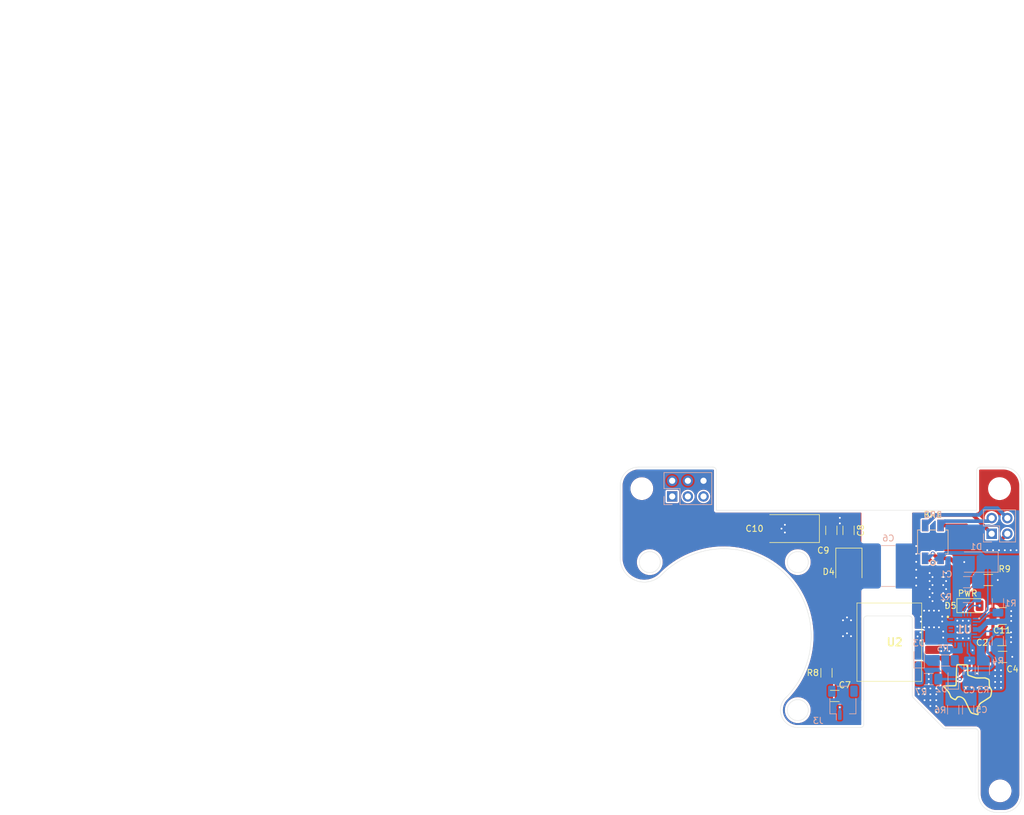
<source format=kicad_pcb>
(kicad_pcb (version 20240108) (generator "pcbnew") (generator_version "8.0")
  (layers (0 "F.Cu" signal) (31 "B.Cu" signal) (34 "B.Paste" user) (35 "F.Paste" user) (36 "B.SilkS" user "B.Silkscreen") (37 "F.SilkS" user "F.Silkscreen") (38 "B.Mask" user) (39 "F.Mask" user) (44 "Edge.Cuts" user))
  (net 0 "")
  (net 1 "/+")
  (net 2 "/TR0_TAP")
  (net 3 "/TR2_TAP")
  (net 4 "/TR3_TAP")
  (net 5 "GNDPWR")
  (net 6 "GND")
  (net 7 "Net-(U1-VCC)")
  (net 8 "Net-(D5-K)")
  (net 9 "Net-(D2-K)")
  (net 10 "Net-(C7-Pad1)")
  (net 11 "Net-(D4-A)")
  (net 12 "Net-(D2-A)")
  (net 13 "Net-(D3-K)")
  (net 14 "Net-(D3-A)")
  (net 17 "Net-(U1-ILIM)")
  (net 18 "Net-(U1-FB1)")
  (net 21 "Net-(U1-DET)")
  (net 22 "Net-(U1-CLASS)")
  (net 23 "Net-(BR1-~_2)")
  (net 24 "Net-(BR1-~_1)")
  (net 25 "/+5V@1.4A")
  (net 26 "Net-(D5-A)")
  (footprint "LED_SMD:LED_1206_3216Metric" (layer "F.Cu") (at 157.44 97.91)
    (property "Reference" "D5")
    (property "Value" "PWR")
  )
  (footprint "Capacitor_SMD:C_1206_3216Metric_Pad1.33x1.80mm_HandSolder" (layer "F.Cu") (at 135.35 112.55)
    (property "Reference" "C7")
    (property "Value" "1nF" (hide yes))
  )
  (footprint "MountingHole:MountingHole_3.2mm_M3_ISO14580" (layer "F.Cu") (at 162.164397 127.940017)
    (property "Reference" "H3" (hide yes))
    (property "Value" "MountingHole" (hide yes))
  )
  (footprint "Resistor_SMD:R_1206_3216Metric_Pad1.30x1.75mm_HandSolder" (layer "F.Cu") (at 134.01 108.8 -90)
    (property "Reference" "R8")
    (property "Value" "20R" (hide yes))
  )
  (footprint "Diode_SMD:D_PowerDI-5" (layer "F.Cu") (at 137.645 92.395 -90)
    (property "Reference" "D4")
    (property "Value" "SBR8U60P5-7" (hide yes))
  )
  (footprint "PoweredDevices:POE70P50LD" (layer "F.Cu") (at 144.2 103.83 180)
    (property "Reference" "U2")
    (property "Value" "POE70P-50L" (hide yes))
  )
  (footprint "Capacitor_SMD:C_1210_3225Metric" (layer "F.Cu") (at 162.485001 99.59 180)
    (property "Reference" "C11")
    (property "Value" "10uF")
  )
  (footprint "Capacitor_SMD:C_1206_3216Metric_Pad1.33x1.80mm_HandSolder" (layer "F.Cu") (at 162.56 106.22 180)
    (property "Reference" "C4")
    (property "Value" "2u2")
  )
  (footprint "Capacitor_SMD:C_1210_3225Metric" (layer "F.Cu") (at 162.47 103.04 180)
    (property "Reference" "C2")
    (property "Value" "10uF")
  )
  (footprint "Capacitor_Tantalum_SMD:CP_EIA-7343-43_Kemet-X" (layer "F.Cu") (at 128.45 85.415 180)
    (property "Reference" "C10")
    (property "Value" "470uF" (hide yes))
  )
  (footprint "Capacitor_SMD:C_1206_3216Metric_Pad1.33x1.80mm_HandSolder" (layer "F.Cu") (at 137.59 85.7 90)
    (property "Reference" "C8")
    (property "Value" "47uF" (hide yes))
  )
  (footprint "Capacitor_SMD:C_1206_3216Metric_Pad1.33x1.80mm_HandSolder" (layer "F.Cu") (at 134.8 85.7 90)
    (property "Reference" "C9")
    (property "Value" "47uF" (hide yes))
  )
  (footprint "Resistor_SMD:R_1206_3216Metric_Pad1.30x1.75mm_HandSolder" (layer "F.Cu") (at 160.240001 93.75 180)
    (property "Reference" "R9")
    (property "Value" "1k")
  )
  (footprint "MountingHole:MountingHole_3.2mm_M3_ISO14580" (layer "F.Cu") (at 104.07 78.93)
    (property "Reference" "H1" (hide yes))
    (property "Value" "MountingHole" (hide yes))
  )
  (footprint "MountingHole:MountingHole_3.2mm_M3_ISO14580" (layer "F.Cu") (at 162.07 78.93)
    (property "Reference" "H2" (hide yes))
    (property "Value" "MountingHole" (hide yes))
  )
  (footprint "PowerManagement:MB10F13" (layer "F.Cu") (at 151.26 87.57)
    (property "Reference" "BR1")
    (property "Value" "MB10F-13" (hide yes))
  )
  (footprint "Resistor_SMD:R_1206_3216Metric_Pad1.30x1.75mm_HandSolder" (layer "B.Cu") (at 156.9 96.5)
    (property "Reference" "R2")
    (property "Value" "41.2R")
  )
  (footprint "Diode_SMD:D_SOD-323" (layer "B.Cu") (at 154.57 109.84 90)
    (property "Reference" "D2")
    (property "Value" "BAV21")
  )
  (footprint "PoweredDevices:MP8007GVZ" (layer "B.Cu") (at 156.125 101.77 180)
    (property "Reference" "U1")
    (property "Value" "MP8007" (hide yes))
  )
  (footprint "Resistor_SMD:R_1206_3216Metric_Pad1.30x1.75mm_HandSolder" (layer "B.Cu") (at 154.56 114.78 90)
    (property "Reference" "R6")
    (property "Value" "10k")
  )
  (footprint "Connector_PinSocket_2.54mm:PinSocket_2x03_P2.54mm_Vertical" (layer "B.Cu") (at 108.995 80.2 -90)
    (property "Reference" "J1" (hide yes))
    (property "Value" "Power Injector" (hide yes))
  )
  (footprint "PowerManagement:MB10F13" (layer "B.Cu") (at 151.26 87.57 180)
    (property "Reference" "BR2")
    (property "Value" "MB10F-13" (hide yes))
  )
  (footprint "Resistor_SMD:R_1206_3216Metric_Pad1.30x1.75mm_HandSolder" (layer "B.Cu") (at 161.79 103.62 -90)
    (property "Reference" "R4")
    (property "Value" "17.8k")
  )
  (footprint "Capacitor_SMD:C_1206_3216Metric_Pad1.33x1.80mm_HandSolder" (layer "B.Cu") (at 156.980002 114.795001 90)
    (property "Reference" "C5")
    (property "Value" "10nF")
  )
  (footprint "Connector_PinSocket_2.54mm:PinSocket_2x02_P2.54mm_Vertical" (layer "B.Cu") (at 160.8 86.25 -90)
    (property "Reference" "J2" (hide yes))
    (property "Value" "PoE Header" (hide yes))
  )
  (footprint "Resistor_SMD:R_1206_3216Metric_Pad1.30x1.75mm_HandSolder" (layer "B.Cu") (at 150.6 109.815)
    (property "Reference" "R7")
    (property "Value" "1k")
  )
  (footprint "Resistor_SMD:R_1206_3216Metric_Pad1.30x1.75mm_HandSolder" (layer "B.Cu") (at 161.815 97.48 -90)
    (property "Reference" "R1")
    (property "Value" "24.9k")
  )
  (footprint "Capacitor_SMD:C_1206_3216Metric_Pad1.33x1.80mm_HandSolder" (layer "B.Cu") (at 157.215 108.375 -90)
    (property "Reference" "C3")
    (property "Value" "1uF")
  )
  (footprint "Capacitor_SMD:C_1206_3216Metric_Pad1.33x1.80mm_HandSolder" (layer "B.Cu") (at 156.92 94.1 180)
    (property "Reference" "C1")
    (property "Value" "0.1uF")
  )
  (footprint "Connector_JST:JST_SH_SM02B-SRSS-TB_1x02-1MP_P1.00mm_Horizontal" (layer "B.Cu") (at 136.67 113.66)
    (property "Reference" "J3")
    (property "Value" "Conn_01x02_Pin")
  )
  (footprint "Diode_SMD:D_SOD-323" (layer "B.Cu") (at 149.03 106.3975 90)
    (property "Reference" "D3")
    (property "Value" "1N4148")
  )
  (footprint "Diode_SMD:D_SMA" (layer "B.Cu") (at 158.35 90.84 180)
    (property "Reference" "D1")
    (property "Value" "SMAJ58A")
  )
  (footprint "Resistor_SMD:R_1206_3216Metric_Pad1.30x1.75mm_HandSolder" (layer "B.Cu") (at 159.529554 108.377126 -90)
    (property "Reference" "R3")
    (property "Value" "49.9k")
  )
  (footprint "Capacitor_SMD:C_1825_4564Metric" (layer "B.Cu") (at 144.03 91.48)
    (property "Reference" "C6")
    (property "Value" "2.2nF")
  )
  (footprint "Resistor_SMD:R_1206_3216Metric_Pad1.30x1.75mm_HandSolder" (layer "B.Cu") (at 153.265 106.79)
    (property "Reference" "R5")
    (property "Value" "110k")
  )
  (gr_circle (center 151.26 90.93402) (end 151.65598 90.93402) (stroke (width 0.2)) (fill none) (layer "B.SilkS"))
  (gr_poly (pts (xy 156.010568 107.381161) (xy 156.313669 107.388213) (xy 156.582057 107.39874) (xy 156.780661 107.41216) (xy 156.842835 107.419773) (xy 156.874413 107.427891) (xy 156.898667 107.441503) (xy 156.909617 107.447845) (xy 156.919821 107.454108) (xy 156.929308 107.460465) (xy 156.938107 107.467088) (xy 156.946246 107.474152) (xy 156.953754 107.481829) (xy 156.960661 107.490293) (xy 156.966994 107.499715) (xy 156.972783 107.51027) (xy 156.978057 107.52213) (xy 156.982844 107.535468) (xy 156.987174 107.550458) (xy 156.991074 107.567271) (xy 156.994575 107.586083) (xy 156.997704 107.607065) (xy 157.000491 107.63039) (xy 157.002964 107.656232) (xy 157.005152 107.684763) (xy 157.007085 107.716157) (xy 157.00879 107.750586) (xy 157.010297 107.788224) (xy 157.011634 107.829244) (xy 157.013916 107.922121) (xy 157.015866 108.030601) (xy 157.019692 108.299906) (xy 157.027456 108.781826) (xy 157.030631 108.860489) (xy 157.035045 108.925482) (xy 157.041072 108.978336) (xy 157.049082 109.020579) (xy 157.05945 109.053739) (xy 157.072548 109.079347) (xy 157.088748 109.098931) (xy 157.108423 109.11402) (xy 157.131945 109.126143) (xy 157.159688 109.136829) (xy 157.229326 109.160006) (xy 157.359156 109.205217) (xy 157.461125 109.241665) (xy 157.656675 109.310486) (xy 157.893487 109.389884) (xy 158.10917 109.459336) (xy 158.18959 109.483918) (xy 158.241331 109.498318) (xy 158.256464 109.501282) (xy 158.276457 109.504008) (xy 158.330921 109.508743) (xy 158.404519 109.512519) (xy 158.497045 109.515329) (xy 158.608295 109.517171) (xy 158.738063 109.518039) (xy 158.886146 109.517929) (xy 159.052337 109.516835) (xy 159.760681 109.51042) (xy 159.982146 109.59409) (xy 160.157785 109.661387) (xy 160.228693 109.690692) (xy 160.289385 109.718692) (xy 160.316149 109.732577) (xy 160.340658 109.746583) (xy 160.363009 109.76086) (xy 160.383303 109.775558) (xy 160.40164 109.790825) (xy 160.418118 109.806811) (xy 160.432836 109.823665) (xy 160.445894 109.841537) (xy 160.457392 109.860575) (xy 160.467428 109.880928) (xy 160.476102 109.902747) (xy 160.483513 109.926181) (xy 160.489761 109.951378) (xy 160.494944 109.978488) (xy 160.499162 110.00766) (xy 160.502515 110.039043) (xy 160.507021 110.109041) (xy 160.509256 110.189676) (xy 160.510091 110.387631) (xy 160.510845 110.557154) (xy 160.512146 110.628285) (xy 160.51438 110.691763) (xy 160.517787 110.748665) (xy 160.522603 110.800066) (xy 160.529069 110.847042) (xy 160.537422 110.890669) (xy 160.5479 110.932023) (xy 160.560742 110.97218) (xy 160.576187 111.012215) (xy 160.594472 111.053206) (xy 160.615836 111.096226) (xy 160.640519 111.142354) (xy 160.700789 111.248231) (xy 160.766612 111.363391) (xy 160.793652 111.412724) (xy 160.817028 111.457426) (xy 160.836928 111.498148) (xy 160.85354 111.535538) (xy 160.86705 111.570248) (xy 160.877648 111.602927) (xy 160.885519 111.634226) (xy 160.890853 111.664794) (xy 160.893837 111.695283) (xy 160.894658 111.726341) (xy 160.893505 111.75862) (xy 160.890564 111.79277) (xy 160.886024 111.829439) (xy 160.880072 111.86928) (xy 160.832335 112.180671) (xy 160.812227 112.304834) (xy 160.791889 112.411676) (xy 160.769269 112.503972) (xy 160.756461 112.545533) (xy 160.742314 112.584498) (xy 160.726569 112.621215) (xy 160.708971 112.656029) (xy 160.689263 112.689288) (xy 160.667188 112.72134) (xy 160.64249 112.75253) (xy 160.614912 112.783206) (xy 160.584198 112.813715) (xy 160.550091 112.844404) (xy 160.470672 112.907707) (xy 160.374602 112.975893) (xy 160.259829 113.051735) (xy 160.1243 113.13801) (xy 159.782765 113.352957) (xy 159.494432 113.535575) (xy 159.279604 113.674349) (xy 159.195359 113.731424) (xy 159.124213 113.782491) (xy 159.06441 113.829203) (xy 159.014191 113.873211) (xy 158.971796 113.916165) (xy 158.935467 113.959717) (xy 158.903446 114.005518) (xy 158.873974 114.05522) (xy 158.845293 114.110474) (xy 158.815643 114.172931) (xy 158.746406 114.326058) (xy 158.713639 114.399346) (xy 158.684901 114.466128) (xy 158.660092 114.52734) (xy 158.639117 114.583923) (xy 158.621876 114.636814) (xy 158.608271 114.686952) (xy 158.598205 114.735275) (xy 158.59158 114.78272) (xy 158.588298 114.830228) (xy 158.588261 114.878735) (xy 158.591371 114.929181) (xy 158.59753 114.982503) (xy 158.606641 115.03964) (xy 158.618605 115.10153) (xy 158.633324 115.169111) (xy 158.650701 115.243323) (xy 158.670917 115.331121) (xy 158.686301 115.408188) (xy 158.69194 115.442807) (xy 158.696084 115.474873) (xy 158.698637 115.504432) (xy 158.699502 115.531527) (xy 158.698583 115.556201) (xy 158.695785 115.578498) (xy 158.691012 115.598462) (xy 158.684169 115.616137) (xy 158.675158 115.631566) (xy 158.663885 115.644794) (xy 158.650253 115.655863) (xy 158.634167 115.664818) (xy 158.615531 115.671702) (xy 158.594249 115.676559) (xy 158.570225 115.679432) (xy 158.543363 115.680367) (xy 158.513567 115.679405) (xy 158.480742 115.676592) (xy 158.444792 115.67197) (xy 158.40562 115.665583) (xy 158.31723 115.647691) (xy 158.214805 115.623265) (xy 158.097578 115.592655) (xy 157.964782 115.55621) (xy 157.964782 115.556212) (xy 157.757437 115.498849) (xy 157.674212 115.474746) (xy 157.602527 115.451841) (xy 157.540813 115.428745) (xy 157.513206 115.41669) (xy 157.487503 115.404066) (xy 157.463508 115.390699) (xy 157.441026 115.376415) (xy 157.419861 115.36104) (xy 157.399816 115.3444) (xy 157.380695 115.326322) (xy 157.362302 115.306632) (xy 157.344442 115.285156) (xy 157.326917 115.26172) (xy 157.292092 115.208273) (xy 157.256259 115.144901) (xy 157.217848 115.070214) (xy 157.175291 114.982822) (xy 157.071467 114.764357) (xy 156.7602 114.117652) (xy 156.463399 113.510501) (xy 156.430106 113.446389) (xy 156.394963 113.384931) (xy 156.358111 113.326176) (xy 156.319688 113.270178) (xy 156.279834 113.216987) (xy 156.238688 113.166656) (xy 156.196389 113.119236) (xy 156.153077 113.074778) (xy 156.108891 113.033336) (xy 156.063971 112.994959) (xy 156.018455 112.959701) (xy 155.972484 112.927612) (xy 155.926195 112.898744) (xy 155.879729 112.87315) (xy 155.833226 112.85088) (xy 155.786823 112.831987) (xy 155.740661 112.816523) (xy 155.694879 112.804538) (xy 155.649616 112.796084) (xy 155.605012 112.791214) (xy 155.561205 112.78998) (xy 155.518335 112.792432) (xy 155.476542 112.798622) (xy 155.435965 112.808603) (xy 155.396743 112.822425) (xy 155.359015 112.840141) (xy 155.322921 112.861803) (xy 155.2886 112.887461) (xy 155.256191 112.917169) (xy 155.225834 112.950976) (xy 155.197668 112.988936) (xy 155.171832 113.0311) (xy 155.141607 113.084026) (xy 155.113154 113.130059) (xy 155.099361 113.150507) (xy 155.085734 113.169252) (xy 155.072181 113.1863) (xy 155.058609 113.201659) (xy 155.044927 113.215334) (xy 155.031041 113.227332) (xy 155.016859 113.237661) (xy 155.00229 113.246327) (xy 154.98724 113.253336) (xy 154.971618 113.258695) (xy 154.955332 113.262412) (xy 154.938288 113.264491) (xy 154.920394 113.264942) (xy 154.901559 113.263769) (xy 154.88169 113.260979) (xy 154.860695 113.25658) (xy 154.838481 113.250578) (xy 154.814956 113.24298) (xy 154.790027 113.233792) (xy 154.763603 113.223021) (xy 154.735591 113.210674) (xy 154.705899 113.196757) (xy 154.641105 113.164242) (xy 154.568482 113.125528) (xy 154.487292 113.08067) (xy 154.425609 113.045727) (xy 154.369521 113.012897) (xy 154.31873 112.981894) (xy 154.272942 112.952433) (xy 154.23186 112.924226) (xy 154.195189 112.896987) (xy 154.162631 112.870429) (xy 154.133892 112.844267) (xy 154.108675 112.818213) (xy 154.086684 112.79198) (xy 154.067623 112.765284) (xy 154.051196 112.737837) (xy 154.037107 112.709352) (xy 154.025061 112.679544) (xy 154.01476 112.648125) (xy 154.00591 112.61481) (xy 153.989734 112.554209) (xy 153.969887 112.491966) (xy 153.946533 112.428352) (xy 153.919834 112.363638) (xy 153.889951 112.298094) (xy 153.857048 112.23199) (xy 153.821285 112.165598) (xy 153.782826 112.099189) (xy 153.741833 112.033032) (xy 153.698468 111.9674) (xy 153.652893 111.902561) (xy 153.605271 111.838789) (xy 153.555764 111.776352) (xy 153.504534 111.715522) (xy 153.451743 111.656569) (xy 153.397553 111.599765) (xy 153.138694 111.334404) (xy 153.039041 111.226999) (xy 152.996991 111.179102) (xy 152.960251 111.13488) (xy 152.928917 111.094186) (xy 152.903083 111.056874) (xy 152.892138 111.038444) (xy 153.180252 111.038444) (xy 153.180629 111.039865) (xy 153.181748 111.042037) (xy 153.186137 111.048551) (xy 153.193271 111.057824) (xy 153.203003 111.069694) (xy 153.229667 111.10057) (xy 153.264947 111.139879) (xy 153.307661 111.186323) (xy 153.356625 111.238599) (xy 153.410657 111.295409) (xy 153.468575 111.355452) (xy 153.541578 111.431605) (xy 153.609299 111.504409) (xy 153.672049 111.574336) (xy 153.730137 111.641859) (xy 153.783871 111.707451) (xy 153.833562 111.771583) (xy 153.879519 111.834728) (xy 153.92205 111.89736) (xy 153.961465 111.959951) (xy 153.998073 112.022973) (xy 154.032185 112.086899) (xy 154.064108 112.152201) (xy 154.094152 112.219353) (xy 154.122627 112.288826) (xy 154.149841 112.361094) (xy 154.176104 112.436629) (xy 154.188354 112.469326) (xy 154.20308 112.501899) (xy 154.220116 112.53425) (xy 154.239297 112.566276) (xy 154.260458 112.597878) (xy 154.283434 112.628955) (xy 154.308059 112.659407) (xy 154.334169 112.689133) (xy 154.361597 112.718033) (xy 154.39018 112.746005) (xy 154.41975 112.77295) (xy 154.450144 112.798768) (xy 154.512741 112.846617) (xy 154.576649 112.888748) (xy 154.608681 112.907418) (xy 154.640545 112.924357) (xy 154.672075 112.939464) (xy 154.703107 112.95264) (xy 154.733475 112.963783) (xy 154.763015 112.972793) (xy 154.79156 112.97957) (xy 154.818945 112.984013) (xy 154.845006 112.986021) (xy 154.869577 112.985494) (xy 154.892492 112.982332) (xy 154.913587 112.976433) (xy 154.932697 112.967698) (xy 154.949655 112.956026) (xy 154.964298 112.941317) (xy 154.976459 112.923469) (xy 155.006688 112.870188) (xy 155.034838 112.822647) (xy 155.061401 112.780503) (xy 155.086867 112.743414) (xy 155.111727 112.711035) (xy 155.124084 112.696506) (xy 155.136472 112.683025) (xy 155.148955 112.670551) (xy 155.161593 112.659041) (xy 155.174447 112.648451) (xy 155.18758 112.638739) (xy 155.201051 112.629861) (xy 155.214923 112.621776) (xy 155.229257 112.61444) (xy 155.244115 112.607811) (xy 155.259557 112.601844) (xy 155.275645 112.596499) (xy 155.29244 112.591731) (xy 155.310004 112.587498) (xy 155.347683 112.580465) (xy 155.389173 112.575057) (xy 155.434964 112.570932) (xy 155.485548 112.567746) (xy 155.5183 112.566953) (xy 155.552 112.567972) (xy 155.62187 112.575229) (xy 155.694398 112.589082) (xy 155.768825 112.609095) (xy 155.844393 112.63483) (xy 155.920343 112.665851) (xy 155.995917 112.701722) (xy 156.070356 112.742006) (xy 156.1429 112.786268) (xy 156.212793 112.83407) (xy 156.279274 112.884977) (xy 156.341586 112.938552) (xy 156.398969 112.994358) (xy 156.450665 113.05196) (xy 156.495915 113.11092) (xy 156.533961 113.170803) (xy 156.546968 113.194309) (xy 156.562946 113.224751) (xy 156.584566 113.267586) (xy 156.6145 113.328268) (xy 156.655421 113.412255) (xy 156.71 113.525) (xy 156.87082 113.858593) (xy 156.967218 114.057288) (xy 157.040183 114.205244) (xy 157.072195 114.269839) (xy 157.117752 114.363054) (xy 157.22522 114.585443) (xy 157.325889 114.795132) (xy 157.403327 114.951397) (xy 157.435766 115.012348) (xy 157.465315 115.063367) (xy 157.492947 115.105593) (xy 157.519636 115.140169) (xy 157.546352 115.168235) (xy 157.574071 115.190933) (xy 157.603763 115.209402) (xy 157.636402 115.224785) (xy 157.672961 115.238223) (xy 157.714413 115.250855) (xy 157.815884 115.27827) (xy 158.025634 115.335369) (xy 158.220802 115.389546) (xy 158.284788 115.40725) (xy 158.33872 115.421417) (xy 158.383065 115.432135) (xy 158.418295 115.439489) (xy 158.444879 115.443567) (xy 158.455076 115.444404) (xy 158.463286 115.444455) (xy 158.46957 115.44373) (xy 158.473986 115.442241) (xy 158.476593 115.439997) (xy 158.477449 115.43701) (xy 158.477448 115.43701) (xy 158.477447 115.43701) (xy 158.476131 115.429253) (xy 158.472359 115.410698) (xy 158.458507 115.346057) (xy 158.438005 115.252809) (xy 158.41297 115.140678) (xy 158.397985 115.072676) (xy 158.385387 115.011311) (xy 158.375358 114.955433) (xy 158.368081 114.903893) (xy 158.363742 114.855543) (xy 158.362522 114.809233) (xy 158.364606 114.763814) (xy 158.370177 114.718138) (xy 158.379418 114.671056) (xy 158.392513 114.621418) (xy 158.409645 114.568075) (xy 158.430998 114.509878) (xy 158.456755 114.445679) (xy 158.4871 114.374329) (xy 158.562287 114.205577) (xy 158.636888 114.043423) (xy 158.669747 113.975689) (xy 158.700825 113.91551) (xy 158.731011 113.861878) (xy 158.761191 113.813788) (xy 158.79225 113.770233) (xy 158.825076 113.730207) (xy 158.860555 113.692704) (xy 158.899574 113.656718) (xy 158.943018 113.621242) (xy 158.991775 113.58527) (xy 159.04673 113.547797) (xy 159.108771 113.507816) (xy 159.257655 113.416303) (xy 159.830386 113.051072) (xy 160.401303 112.682017) (xy 160.413656 112.673374) (xy 160.425461 112.664574) (xy 160.436741 112.655546) (xy 160.447522 112.646218) (xy 160.457828 112.636521) (xy 160.467684 112.626383) (xy 160.477115 112.615733) (xy 160.486145 112.6045) (xy 160.494799 112.592613) (xy 160.503102 112.580001) (xy 160.511078 112.566593) (xy 160.518751 112.552318) (xy 160.526148 112.537105) (xy 160.533291 112.520884) (xy 160.540206 112.503583) (xy 160.546918 112.485131) (xy 160.553451 112.465457) (xy 160.55983 112.444491) (xy 160.566079 112.422161) (xy 160.572224 112.398396) (xy 160.578288 112.373125) (xy 160.584297 112.346278) (xy 160.596247 112.28757) (xy 160.608271 112.221704) (xy 160.620565 112.148111) (xy 160.633328 112.066225) (xy 160.646757 111.975477) (xy 160.660219 111.876014) (xy 160.664732 111.833529) (xy 160.667521 111.794802) (xy 160.668403 111.75903) (xy 160.667195 111.725408) (xy 160.663715 111.693133) (xy 160.657779 111.661399) (xy 160.649204 111.629404) (xy 160.637807 111.596342) (xy 160.623405 111.561409) (xy 160.605814 111.523802) (xy 160.584852 111.482717) (xy 160.560335 111.437348) (xy 160.499906 111.330545) (xy 160.43934 111.222717) (xy 160.414414 111.175491) (xy 160.39275 111.131393) (xy 160.374116 111.089426) (xy 160.35828 111.048592) (xy 160.345009 111.007893) (xy 160.334072 110.966332) (xy 160.325237 110.92291) (xy 160.318271 110.876631) (xy 160.312942 110.826496) (xy 160.309018 110.771508) (xy 160.306267 110.710669) (xy 160.304456 110.642981) (xy 160.30273 110.483068) (xy 160.301872 110.30262) (xy 160.300561 110.230134) (xy 160.297736 110.167956) (xy 160.292702 110.114945) (xy 160.289138 110.091521) (xy 160.284762 110.069962) (xy 160.279485 110.050125) (xy 160.273222 110.031868) (xy 160.265884 110.015048) (xy 160.257386 109.999524) (xy 160.24764 109.985151) (xy 160.236559 109.971789) (xy 160.224057 109.959294) (xy 160.210046 109.947525) (xy 160.194441 109.936338) (xy 160.177152 109.925592) (xy 160.137181 109.90485) (xy 160.089439 109.884162) (xy 160.033229 109.862386) (xy 159.892626 109.811016) (xy 159.699089 109.740164) (xy 159.237125 109.747425) (xy 158.769039 109.753123) (xy 158.461971 109.752159) (xy 158.357812 109.74897) (xy 158.2807 109.743865) (xy 158.226231 109.736761) (xy 158.190004 109.727574) (xy 158.14266 109.711142) (xy 158.066877 109.68547) (xy 157.871761 109.620463) (xy 157.682676 109.557444) (xy 157.574051 109.52012) (xy 157.532274 109.505302) (xy 157.456471 109.47902) (xy 157.245859 109.406923) (xy 157.0961 109.356397) (xy 157.036326 109.334339) (xy 157.009889 109.323348) (xy 156.985629 109.31209) (xy 156.963452 109.300348) (xy 156.943265 109.287902) (xy 156.924976 109.274535) (xy 156.90849 109.260028) (xy 156.893716 109.244163) (xy 156.88056 109.226722) (xy 156.868929 109.207485) (xy 156.85873 109.186236) (xy 156.84987 109.162755) (xy 156.842255 109.136823) (xy 156.835794 109.108224) (xy 156.830393 109.076738) (xy 156.825958 109.042146) (xy 156.822397 109.004232) (xy 156.817524 108.917558) (xy 156.81503 108.814971) (xy 156.81417 108.694723) (xy 156.814375 108.394256) (xy 156.817479 108.110171) (xy 156.81882 107.998685) (xy 156.817765 107.905392) (xy 156.812621 107.82866) (xy 156.807987 107.795995) (xy 156.801697 107.766858) (xy 156.793538 107.741046) (xy 156.7833 107.718353) (xy 156.77077 107.698577) (xy 156.755738 107.681513) (xy 156.737991 107.666957) (xy 156.717319 107.654705) (xy 156.69351 107.644554) (xy 156.666352 107.636298) (xy 156.635633 107.629734) (xy 156.601143 107.624659) (xy 156.520002 107.618155) (xy 156.421235 107.615155) (xy 156.303151 107.614026) (xy 156.002263 107.610853) (xy 155.504972 107.592669) (xy 155.427898 107.595356) (xy 155.395231 107.599212) (xy 155.366182 107.60509) (xy 155.34053 107.613249) (xy 155.318053 107.623948) (xy 155.29853 107.637449) (xy 155.281739 107.654009) (xy 155.26746 107.673889) (xy 155.255471 107.697348) (xy 155.24555 107.724646) (xy 155.237476 107.756042) (xy 155.231027 107.791797) (xy 155.225983 107.83217) (xy 155.219222 107.927808) (xy 155.204076 108.547) (xy 155.148552 110.134885) (xy 155.139669 110.45108) (xy 155.134971 110.576269) (xy 155.127326 110.681747) (xy 155.121748 110.727616) (xy 155.114651 110.769184) (xy 155.105777 110.80666) (xy 155.094865 110.840253) (xy 155.081653 110.870171) (xy 155.065883 110.896623) (xy 155.047294 110.919819) (xy 155.025625 110.939966) (xy 155.000617 110.957275) (xy 154.972009 110.971953) (xy 154.93954 110.98421) (xy 154.90295 110.994255) (xy 154.86198 111.002296) (xy 154.816368 111.008543) (xy 154.71018 111.016487) (xy 154.582303 111.019759) (xy 154.430656 111.02003) (xy 154.04772 111.018252) (xy 153.700705 111.019778) (xy 153.42601 111.023988) (xy 153.245303 111.030378) (xy 153.196967 111.034233) (xy 153.184487 111.036298) (xy 153.180252 111.038444) (xy 152.892138 111.038444) (xy 152.882844 111.022796) (xy 152.868296 110.991806) (xy 152.859533 110.963758) (xy 152.85665 110.938504) (xy 152.859741 110.915898) (xy 152.863557 110.905543) (xy 152.868902 110.895794) (xy 152.884228 110.878045) (xy 152.905813 110.862504) (xy 152.933752 110.849024) (xy 152.968141 110.837459) (xy 153.009073 110.827662) (xy 153.056645 110.819486) (xy 153.11095 110.812785) (xy 153.172084 110.807412) (xy 153.315218 110.800064) (xy 153.486805 110.796268) (xy 153.918375 110.79464) (xy 154.551774 110.796362) (xy 154.651515 110.792537) (xy 154.731974 110.784709) (xy 154.795231 110.771726) (xy 154.821059 110.762942) (xy 154.843367 110.752439) (xy 154.862414 110.740071) (xy 154.878462 110.725696) (xy 154.891769 110.70917) (xy 154.902596 110.690348) (xy 154.911203 110.669087) (xy 154.91785 110.645243) (xy 154.926304 110.589231) (xy 154.93004 110.521161) (xy 154.931137 110.439883) (xy 154.933737 110.233101) (xy 154.982041 108.698691) (xy 155.002353 108.208362) (xy 155.023002 107.865079) (xy 155.046161 107.640688) (xy 155.074003 107.507036) (xy 155.090359 107.465438) (xy 155.1087 107.435968) (xy 155.129298 107.415106) (xy 155.152424 107.399332) (xy 155.182665 107.392239) (xy 155.243682 107.386669) (xy 155.440504 107.379807) (xy 155.707823 107.378165)) (stroke (width -0.000001)) (fill solid) (layer "F.SilkS"))
  (gr_circle (center 151.26 90.92402) (end 151.65598 90.92402) (stroke (width 0.2)) (fill none) (layer "F.SilkS"))
  (gr_arc (start 148.076563 112.848836) (mid 147.968111 112.68649) (end 147.93 112.495) (stroke (width 0.05)) (layer "Edge.Cuts"))
  (gr_line (start 148.076581 112.848854) (end 152.938487 117.71076) (stroke (width 0.05)) (layer "Edge.Cuts"))
  (gr_line (start 140.56 99.58) (end 147.43 99.58) (stroke (width 0.05)) (layer "Edge.Cuts"))
  (gr_arc (start 100.559984 78.429999) (mid 101.442207 76.305135) (end 103.57 75.43) (stroke (width 0.05)) (layer "Edge.Cuts"))
  (gr_line (start 129.369215 117.660547) (end 139.556444 117.66) (stroke (width 0.05)) (layer "Edge.Cuts"))
  (gr_arc (start 158.36 76) (mid 158.526949 75.596949) (end 158.93 75.43) (stroke (width 0.05)) (layer "Edge.Cuts"))
  (gr_arc (start 165.669999 128.430017) (mid 164.794855 130.557801) (end 162.67 131.440033) (stroke (width 0.05)) (layer "Edge.Cuts"))
  (gr_line (start 165.669999 78.440016) (end 165.669999 128.430017) (stroke (width 0.05)) (layer "Edge.Cuts"))
  (gr_arc (start 107.347792 92.836944) (mid 102.983596 93.801605) (end 100.551234 90.051885) (stroke (width 0.05)) (layer "Edge.Cuts"))
  (gr_line (start 116.16 82.43) (end 158.36 82.43) (stroke (width 0.05)) (layer "Edge.Cuts"))
  (gr_line (start 162.669983 131.440017) (end 161.639983 131.440017) (stroke (width 0.05)) (layer "Edge.Cuts"))
  (gr_line (start 103.57 75.43) (end 115.586949 75.43) (stroke (width 0.05)) (layer "Edge.Cuts"))
  (gr_line (start 147.93 112.495) (end 147.93 100.08) (stroke (width 0.05)) (layer "Edge.Cuts"))
  (gr_circle (center 105.36 90.85) (end 105.36 89.15) (stroke (width 0.05)) (fill none) (layer "Edge.Cuts"))
  (gr_arc (start 147.43 99.58) (mid 147.783584 99.72643) (end 147.93 100.08) (stroke (width 0.05)) (layer "Edge.Cuts"))
  (gr_line (start 158.629967 128.440018) (end 158.629967 118.370017) (stroke (width 0.05)) (layer "Edge.Cuts"))
  (gr_arc (start 140.056444 117.16) (mid 139.91 117.51357) (end 139.556444 117.66) (stroke (width 0.05)) (layer "Edge.Cuts"))
  (gr_arc (start 153.295 117.86) (mid 153.103506 117.821909) (end 152.941164 117.713437) (stroke (width 0.05)) (layer "Edge.Cuts"))
  (gr_arc (start 161.639983 131.440017) (mid 159.51219 130.564882) (end 158.629967 128.440018) (stroke (width 0.05)) (layer "Edge.Cuts"))
  (gr_line (start 158.36 82.43) (end 158.36 76) (stroke (width 0.05)) (layer "Edge.Cuts"))
  (gr_arc (start 140.056447 100.08) (mid 140.202894 99.726447) (end 140.556447 99.58) (stroke (width 0.05)) (layer "Edge.Cuts"))
  (gr_line (start 116.156949 76) (end 116.16 82.43) (stroke (width 0.05)) (layer "Edge.Cuts"))
  (gr_arc (start 162.67 75.43) (mid 164.794864 76.312223) (end 165.669999 78.440016) (stroke (width 0.05)) (layer "Edge.Cuts"))
  (gr_circle (center 129.36 114.85) (end 127.66 114.85) (stroke (width 0.05)) (fill none) (layer "Edge.Cuts"))
  (gr_arc (start 129.369215 117.660547) (mid 126.765031 115.929534) (end 127.373057 112.862209) (stroke (width 0.05)) (layer "Edge.Cuts"))
  (gr_line (start 153.295 117.86) (end 158.129967 117.870017) (stroke (width 0.05)) (layer "Edge.Cuts"))
  (gr_arc (start 158.129967 117.870017) (mid 158.48352 118.016464) (end 158.629967 118.370017) (stroke (width 0.05)) (layer "Edge.Cuts"))
  (gr_line (start 158.93 75.43) (end 162.67 75.43) (stroke (width 0.05)) (layer "Edge.Cuts"))
  (gr_line (start 100.559984 78.429999) (end 100.55 90.06) (stroke (width 0.05)) (layer "Edge.Cuts"))
  (gr_arc (start 107.347792 92.836944) (mid 127.373056 92.836944) (end 127.373056 112.862208) (stroke (width 0.05)) (layer "Edge.Cuts"))
  (gr_arc (start 115.586949 75.43) (mid 115.99 75.596949) (end 116.156949 76) (stroke (width 0.05)) (layer "Edge.Cuts"))
  (gr_line (start 140.056447 100.08) (end 140.056444 117.16) (stroke (width 0.05)) (layer "Edge.Cuts"))
  (gr_circle (center 129.36 90.85) (end 127.66 90.85) (stroke (width 0.05)) (fill none) (layer "Edge.Cuts"))
  (gr_text "PWR" (at 156.9 96.5 0) (layer "F.SilkS") (effects (font (size 1 1)) (justify bottom)))
  (segment (start 163.34 86.25) (end 163.33 86.25) (width 0.6) (layer "F.Cu") (net 1))
  (segment (start 163.33 86.25) (end 161.72 87.86) (width 0.6) (layer "F.Cu") (net 1))
  (segment (start 161.72 87.86) (end 159.63 87.86) (width 0.6) (layer "F.Cu") (net 1))
  (segment (start 156.677 84.907) (end 152.51 84.907) (width 0.6) (layer "F.Cu") (net 1))
  (segment (start 159.63 87.86) (end 156.677 84.907) (width 0.6) (layer "F.Cu") (net 1))
  (segment (start 160.8 86.25) (end 157.75 83.2) (width 0.6) (layer "F.Cu") (net 2))
  (segment (start 151.717 83.2) (end 150.01 84.907) (width 0.6) (layer "F.Cu") (net 2))
  (segment (start 157.75 83.2) (end 151.717 83.2) (width 0.6) (layer "F.Cu") (net 2))
  (segment (start 160.3 84.21) (end 153.213 84.21) (width 0.6) (layer "B.Cu") (net 3))
  (segment (start 160.8 83.71) (end 160.3 84.21) (width 0.6) (layer "B.Cu") (net 3))
  (segment (start 153.213 84.21) (end 152.513 84.91) (width 0.6) (layer "B.Cu") (net 3))
  (segment (start 152.513 84.91) (end 152.51 84.907) (width 0.4) (layer "B.Cu") (net 3))
  (segment (start 158.747767 83.192233) (end 151.724767 83.192233) (width 0.6) (layer "B.Cu") (net 4))
  (segment (start 159.84 82.1) (end 158.747767 83.192233) (width 0.6) (layer "B.Cu") (net 4))
  (segment (start 161.73 82.1) (end 159.84 82.1) (width 0.6) (layer "B.Cu") (net 4))
  (segment (start 151.724767 83.192233) (end 150.01 84.907) (width 0.6) (layer "B.Cu") (net 4))
  (segment (start 163.34 83.71) (end 161.73 82.1) (width 0.6) (layer "B.Cu") (net 4))
  (via (at 152.943632 95.87) (size 0.6) (drill 0.3) (layers "F.Cu" "B.Cu") (net 5))
  (via (at 156.13 100.35) (size 0.6) (drill 0.3) (layers "F.Cu" "B.Cu") (net 5))
  (via (at 157.69 105.15) (size 0.6) (drill 0.3) (layers "F.Cu" "B.Cu") (net 5))
  (via (at 151.206368 97.17) (size 0.6) (drill 0.3) (layers "F.Cu" "B.Cu") (net 5))
  (via (at 155.23 100.35) (size 0.6) (drill 0.3) (layers "F.Cu" "B.Cu") (net 5))
  (via (at 161.36 109.33) (size 0.6) (drill 0.3) (layers "F.Cu" "B.Cu") (net 5))
  (via (at 155.23 101.3) (size 0.6) (drill 0.3) (layers "F.Cu" "B.Cu") (net 5))
  (via (at 162.31 111.23) (size 0.6) (drill 0.3) (layers "F.Cu" "B.Cu") (net 5))
  (via (at 153.41 96.52) (size 0.6) (drill 0.3) (layers "F.Cu" "B.Cu") (net 5))
  (via (at 152.943632 93.27) (size 0.6) (drill 0.3) (layers "F.Cu" "B.Cu") (net 5))
  (via (at 158.42 108.89) (size 0.6) (drill 0.3) (layers "F.Cu" "B.Cu") (net 5))
  (via (at 149.85 101.42) (size 0.6) (drill 0.3) (layers "F.Cu" "B.Cu") (net 5))
  (via (at 150.65 101.42) (size 0.6) (drill 0.3) (layers "F.Cu" "B.Cu") (net 5))
  (via (at 152.78 99.669999) (size 0.6) (drill 0.3) (layers "F.Cu" "B.Cu") (net 5))
  (via (at 164.83 88.92) (size 0.6) (drill 0.3) (layers "F.Cu" "B.Cu") (net 5))
  (via (at 151.206368 95.87) (size 0.6) (drill 0.3) (layers "F.Cu" "B.Cu") (net 5))
  (via (at 156.61 111.23) (size 0.6) (drill 0.3) (layers "F.Cu" "B.Cu") (net 5))
  (via (at 160.41 111.23) (size 0.6) (drill 0.3) (layers "F.Cu" "B.Cu") (net 5))
  (via (at 157.06 101.3) (size 0.6) (drill 0.3) (layers "F.Cu" "B.Cu") (net 5))
  (via (at 148.56 88.241429) (size 0.6) (drill 0.3) (layers "F.Cu" "B.Cu") (net 5))
  (via (at 151.45 101.42) (size 0.6) (drill 0.3) (layers "F.Cu" "B.Cu") (net 5))
  (via (at 149.84 98.72) (size 0.6) (drill 0.3) (layers "F.Cu" "B.Cu") (net 5))
  (via (at 152.25 101.42) (size 0.6) (drill 0.3) (layers "F.Cu" "B.Cu") (net 5))
  (via (at 162.31 108.38) (size 0.6) (drill 0.3) (layers "F.Cu" "B.Cu") (net 5))
  (via (at 153.41 97.82) (size 0.6) (drill 0.3) (layers "F.Cu" "B.Cu") (net 5))
  (via (at 157.06 100.35) (size 0.6) (drill 0.3) (layers "F.Cu" "B.Cu") (net 5))
  (via (at 156.13 101.3) (size 0.6) (drill 0.3) (layers "F.Cu" "B.Cu") (net 5))
  (via (at 152.24 98.72) (size 0.6) (drill 0.3) (layers "F.Cu" "B.Cu") (net 5))
  (via (at 161.36 108.38) (size 0.6) (drill 0.3) (layers "F.Cu" "B.Cu") (net 5))
  (via (at 157.06 102.25) (size 0.6) (drill 0.3) (layers "F.Cu" "B.Cu") (net 5))
  (via (at 161.98 88.92) (size 0.6) (drill 0.3) (layers "F.Cu" "B.Cu") (net 5))
  (via (at 157.06 103.2) (size 0.6) (drill 0.3) (layers "F.Cu" "B.Cu") (net 5))
  (via (at 161.36 110.28) (size 0.6) (drill 0.3) (layers "F.Cu" "B.Cu") (net 5))
  (via (at 152.94 103.08) (size 0.6) (drill 0.3) (layers "F.Cu" "B.Cu") (net 5))
  (via (at 153.41 92.62) (size 0.6) (drill 0.3) (layers "F.Cu" "B.Cu") (net 5))
  (via (at 163.88 88.92) (size 0.6) (drill 0.3) (layers "F.Cu" "B.Cu") (net 5))
  (via (at 148.56 92.09) (size 0.6) (drill 0.3) (layers "F.Cu" "B.Cu") (net 5))
  (via (at 155.23 102.25) (size 0.6) (drill 0.3) (layers "F.Cu" "B.Cu") (net 5))
  (via (at 149.31 100.49) (size 0.6) (drill 0.3) (layers "F.Cu" "B.Cu") (net 5))
  (via (at 161.36 111.23) (size 0.6) (drill 0.3) (layers "F.Cu" "B.Cu") (net 5))
  (via (at 159.46 111.23) (size 0.6) (drill 0.3) (layers "F.Cu" "B.Cu") (net 5))
  (via (at 152.943632 94.57) (size 0.6) (drill 0.3) (layers "F.Cu" "B.Cu") (net 5))
  (via (at 162.31 110.28) (size 0.6) (drill 0.3) (layers "F.Cu" "B.Cu") (net 5))
  (via (at 150.74 92.62) (size 0.6) (drill 0.3) (layers "F.Cu" "B.Cu") (net 5))
  (via (at 152.78 100.47) (size 0.6) (drill 0.3) (layers "F.Cu" "B.Cu") (net 5))
  (via (at 150.74 95.22) (size 0.6) (drill 0.3) (layers "F.Cu" "B.Cu") (net 5))
  (via (at 152.94 102.09) (size 0.6) (drill 0.3) (layers "F.Cu" "B.Cu") (net 5))
  (via (at 162.93 88.92) (size 0.6) (drill 0.3) (layers "F.Cu" "B.Cu") (net 5))
  (via (at 148.56 90.807143) (size 0.6) (drill 0.3) (layers "F.Cu" "B.Cu") (net 5))
  (via (at 149.31 99.689999) (size 0.6) (drill 0.3) (layers "F.Cu" "B.Cu") (net 5))
  (via (at 150.739999 96.52) (size 0.6) (drill 0.3) (layers "F.Cu" "B.Cu") (net 5))
  (via (at 152.943631 97.17) (size 0.6) (drill 0.3) (layers "F.Cu" "B.Cu") (net 5))
  (via (at 161.03 88.92) (size 0.6) (drill 0.3) (layers "F.Cu" "B.Cu") (net 5))
  (via (at 151.206367 93.27) (size 0.6) (drill 0.3) (layers "F.Cu" "B.Cu") (net 5))
  (via (at 148.56 89.524286) (size 0.6) (drill 0.3) (layers "F.Cu" "B.Cu") (net 5))
  (via (at 156.13 102.25) (size 0.6) (drill 0.3) (layers "F.Cu" "B.Cu") (net 5))
  (via (at 151.206368 94.569999) (size 0.6) (drill 0.3) (layers "F.Cu" "B.Cu") (net 5))
  (via (at 153.409999 93.92) (size 0.6) (drill 0.3) (layers "F.Cu" "B.Cu") (net 5))
  (via (at 160.08 88.92) (size 0.6) (drill 0.3) (layers "F.Cu" "B.Cu") (net 5))
  (via (at 162.31 109.33) (size 0.6) (drill 0.3) (layers "F.Cu" "B.Cu") (net 5))
  (via (at 148.56 94.655714) (size 0.6) (drill 0.3) (layers "F.Cu" "B.Cu") (net 5))
  (via (at 150.74 93.92) (size 0.6) (drill 0.3) (layers "F.Cu" "B.Cu") (net 5))
  (via (at 157.56 111.23) (size 0.6) (drill 0.3) (layers "F.Cu" "B.Cu") (net 5))
  (via (at 156.13 103.2) (size 0.6) (drill 0.3) (layers "F.Cu" "B.Cu") (net 5))
  (via (at 153.41 95.219999) (size 0.6) (drill 0.3) (layers "F.Cu" "B.Cu") (net 5))
  (via (at 150.64 98.72) (size 0.6) (drill 0.3) (layers "F.Cu" "B.Cu") (net 5))
  (via (at 151.44 98.72) (size 0.6) (drill 0.3) (layers "F.Cu" "B.Cu") (net 5))
  (via (at 155.23 103.2) (size 0.6) (drill 0.3) (layers "F.Cu" "B.Cu") (net 5))
  (via (at 158.51 111.23) (size 0.6) (drill 0.3) (layers "F.Cu" "B.Cu") (net 5))
  (via (at 148.56 93.372857) (size 0.6) (drill 0.3) (layers "F.Cu" "B.Cu") (net 5))
  (segment (start 155.3 101.02) (end 155.32 101) (width 0.2) (layer "B.Cu") (net 5))
  (segment (start 155.32 101) (end 155.34 101.02) (width 0.2) (layer "B.Cu") (net 5))
  (segment (start 156.98 102.52) (end 156.875 102.52) (width 0.2) (layer "B.Cu") (net 5))
  (segment (start 155.29 102.585) (end 155.31 102.585) (width 0.2) (layer "B.Cu") (net 5))
  (segment (start 158.075 102.52) (end 157.03 102.52) (width 0.2) (layer "B.Cu") (net 5))
  (segment (start 157.03 102.52) (end 157.005 102.545) (width 0.2) (layer "B.Cu") (net 5))
  (segment (start 155.34 101.02) (end 155.375 101.02) (width 0.2) (layer "B.Cu") (net 5))
  (segment (start 155.29 102.605) (end 155.29 102.585) (width 0.2) (layer "B.Cu") (net 5))
  (segment (start 157.005 102.545) (end 156.98 102.52) (width 0.2) (layer "B.Cu") (net 5))
  (via (at 137.99 102.86) (size 0.6) (drill 0.3) (layers "F.Cu" "B.Cu") (net 6))
  (via (at 126.72 85.42) (size 0.6) (drill 0.3) (layers "F.Cu" "B.Cu") (net 6))
  (via (at 127.269999 84.8) (size 0.6) (drill 0.3) (layers "F.Cu" "B.Cu") (net 6))
  (via (at 136.18 84.57) (size 0.6) (drill 0.3) (layers "F.Cu" "B.Cu") (net 6))
  (via (at 136.69 102.86) (size 0.6) (drill 0.3) (layers "F.Cu" "B.Cu") (net 6))
  (via (at 136.69 100.28) (size 0.6) (drill 0.3) (layers "F.Cu" "B.Cu") (net 6))
  (via (at 137.99 100.28) (size 0.6) (drill 0.3) (layers "F.Cu" "B.Cu") (net 6))
  (via (at 136.18 83.67) (size 0.6) (drill 0.3) (layers "F.Cu" "B.Cu") (net 6))
  (via (at 127.27 86.05) (size 0.6) (drill 0.3) (layers "F.Cu" "B.Cu") (net 6))
  (via (at 137.34 99.813632) (size 0.6) (drill 0.3) (layers "F.Cu" "B.Cu") (net 6))
  (via (at 137.34 102.393632) (size 0.6) (drill 0.3) (layers "F.Cu" "B.Cu") (net 6))
  (segment (start 157.21 108.235) (end 157.21 106.815) (width 0.4) (layer "F.Cu") (net 7))
  (segment (start 155.635 109.81) (end 157.21 108.235) (width 0.4) (layer "F.Cu") (net 7))
  (via (at 157.21 106.815) (size 0.6) (drill 0.3) (layers "F.Cu" "B.Cu") (net 7))
  (via (at 155.635 109.81) (size 0.6) (drill 0.3) (layers "F.Cu" "B.Cu") (net 7))
  (segment (start 155.635 109.81) (end 152.155 109.81) (width 0.4) (layer "B.Cu") (net 7))
  (segment (start 157.21 106.815) (end 157.21 105.925) (width 0.25) (layer "B.Cu") (net 7))
  (segment (start 157.2175 106.815) (end 157.21 106.815) (width 0.2) (layer "B.Cu") (net 7))
  (segment (start 157.215 106.8125) (end 157.2175 106.815) (width 0.2) (layer "B.Cu") (net 7))
  (segment (start 156.875 105.59) (end 156.875 104.22) (width 0.25) (layer "B.Cu") (net 7))
  (segment (start 152.155 109.81) (end 152.15 109.815) (width 0.2) (layer "B.Cu") (net 7))
  (segment (start 157.21 105.925) (end 156.875 105.59) (width 0.25) (layer "B.Cu") (net 7))
  (via (at 158.839999 97.91) (size 0.6) (drill 0.3) (layers "F.Cu" "B.Cu") (net 8))
  (segment (start 156.875 98.745) (end 157.71 97.91) (width 0.2) (layer "B.Cu") (net 8))
  (segment (start 157.71 97.91) (end 158.839999 97.91) (width 0.2) (layer "B.Cu") (net 8))
  (segment (start 156.875 99.32) (end 156.875 98.745) (width 0.2) (layer "B.Cu") (net 8))
  (via (at 152.63 105.286368) (size 0.6) (drill 0.3) (layers "F.Cu" "B.Cu") (net 12))
  (via (at 153.28 104.82) (size 0.6) (drill 0.3) (layers "F.Cu" "B.Cu") (net 12))
  (via (at 153.93 105.286368) (size 0.6) (drill 0.3) (layers "F.Cu" "B.Cu") (net 12))
  (via (at 149.25 102.25) (size 0.6) (drill 0.3) (layers "F.Cu" "B.Cu") (net 14))
  (via (at 149.25 103.55) (size 0.6) (drill 0.3) (layers "F.Cu" "B.Cu") (net 14))
  (via (at 148.783632 102.9) (size 0.6) (drill 0.3) (layers "F.Cu" "B.Cu") (net 14))
  (segment (start 154.815 106.79) (end 154.82 106.79) (width 0.4) (layer "B.Cu") (net 18))
  (segment (start 154.82 106.79) (end 156.11 108.08) (width 0.4) (layer "B.Cu") (net 18))
  (segment (start 160.12 103.74) (end 161.79 102.07) (width 0.4) (layer "B.Cu") (net 18))
  (segment (start 158.866396 103.02) (end 158.075 103.02) (width 0.25) (layer "B.Cu") (net 18))
  (segment (start 160.12 105.46) (end 160.12 103.74) (width 0.4) (layer "B.Cu") (net 18))
  (segment (start 160.94 107.75) (end 160.94 106.28) (width 0.4) (layer "B.Cu") (net 18))
  (segment (start 160.61 108.08) (end 160.94 107.75) (width 0.4) (layer "B.Cu") (net 18))
  (segment (start 156.11 108.08) (end 160.61 108.08) (width 0.4) (layer "B.Cu") (net 18))
  (segment (start 161.79 102.07) (end 159.816396 102.07) (width 0.25) (layer "B.Cu") (net 18))
  (segment (start 160.94 106.28) (end 160.12 105.46) (width 0.4) (layer "B.Cu") (net 18))
  (segment (start 159.816396 102.07) (end 158.866396 103.02) (width 0.25) (layer "B.Cu") (net 18))
  (segment (start 158.876396 100.52) (end 160.366396 99.03) (width 0.25) (layer "B.Cu") (net 21))
  (segment (start 160.366396 99.03) (end 161.815 99.03) (width 0.25) (layer "B.Cu") (net 21))
  (segment (start 158.075 100.52) (end 158.876396 100.52) (width 0.25) (layer "B.Cu") (net 21))
  (segment (start 156.375 98.5725) (end 156.375 99.32) (width 0.25) (layer "B.Cu") (net 22))
  (segment (start 158.4475 96.5) (end 156.375 98.5725) (width 0.25) (layer "B.Cu") (net 22))
  (segment (start 158.45 96.5) (end 158.4475 96.5) (width 0.25) (layer "B.Cu") (net 22))
  (segment (start 151.22 90.93) (end 151.26 90.93) (width 0.4) (layer "F.Cu") (net 23))
  (segment (start 150.523 90.233) (end 151.22 90.93) (width 0.6) (layer "F.Cu") (net 23))
  (segment (start 151.26 90.93) (end 151.26 90.97) (width 0.4) (layer "F.Cu") (net 23))
  (segment (start 150.01 90.233) (end 150.523 90.233) (width 0.6) (layer "F.Cu") (net 23))
  (segment (start 151.26 90.97) (end 151.25 90.96) (width 0.4) (layer "F.Cu") (net 23))
  (via (at 148.96 111.34) (size 0.6) (drill 0.3) (layers "F.Cu" "B.Cu") (net 23))
  (via (at 164.14 106.21) (size 0.6) (drill 0.3) (layers "F.Cu" "B.Cu") (net 23))
  (via (at 163.94 103.03) (size 0.6) (drill 0.3) (layers "F.Cu" "B.Cu") (net 23))
  (via (at 163.96 100.39) (size 0.6) (drill 0.3) (layers "F.Cu" "B.Cu") (net 23))
  (via (at 150.86 113.24) (size 0.6) (drill 0.3) (layers "F.Cu" "B.Cu") (net 23))
  (via (at 151.81 115.14) (size 0.6) (drill 0.3) (layers "F.Cu" "B.Cu") (net 23))
  (via (at 151.81 114.19) (size 0.6) (drill 0.3) (layers "F.Cu" "B.Cu") (net 23))
  (via (at 150.6 110.615) (size 0.6) (drill 0.3) (layers "F.Cu" "B.Cu") (net 23))
  (via (at 150.6 109.815) (size 0.6) (drill 0.3) (layers "F.Cu" "B.Cu") (net 23))
  (via (at 149.91 112.29) (size 0.6) (drill 0.3) (layers "F.Cu" "B.Cu") (net 23))
  (via (at 163.96 99.59) (size 0.6) (drill 0.3) (layers "F.Cu" "B.Cu") (net 23))
  (via (at 150.86 111.34) (size 0.6) (drill 0.3) (layers "F.Cu" "B.Cu") (net 23))
  (via (at 150.86 114.19) (size 0.6) (drill 0.3) (layers "F.Cu" "B.Cu") (net 23))
  (via (at 151.26 90.93) (size 0.6) (drill 0.3) (layers "F.Cu" "B.Cu") (net 23))
  (via (at 163.94 102.23) (size 0.6) (drill 0.3) (layers "F.Cu" "B.Cu") (net 23))
  (via (at 151.81 113.24) (size 0.6) (drill 0.3) (layers "F.Cu" "B.Cu") (net 23))
  (via (at 149.91 113.24) (size 0.6) (drill 0.3) (layers "F.Cu" "B.Cu") (net 23))
  (via (at 163.94 103.83) (size 0.6) (drill 0.3) (layers "F.Cu" "B.Cu") (net 23))
  (via (at 151.81 111.34) (size 0.6) (drill 0.3) (layers "F.Cu" "B.Cu") (net 23))
  (via (at 150.6 109.015) (size 0.6) (drill 0.3) (layers "F.Cu" "B.Cu") (net 23))
  (via (at 163.96 98.79) (size 0.6) (drill 0.3) (layers "F.Cu" "B.Cu") (net 23))
  (via (at 151.81 112.29) (size 0.6) (drill 0.3) (layers "F.Cu" "B.Cu") (net 23))
  (via (at 161.790002 93.75) (size 0.6) (drill 0.3) (layers "F.Cu" "B.Cu") (net 23))
  (via (at 148.96 112.29) (size 0.6) (drill 0.3) (layers "F.Cu" "B.Cu") (net 23))
  (via (at 149.91 111.34) (size 0.6) (drill 0.3) (layers "F.Cu" "B.Cu") (net 23))
  (via (at 150.86 112.29) (size 0.6) (drill 0.3) (layers "F.Cu" "B.Cu") (net 23))
  (segment (start 158.86 89.35) (end 160.35 90.84) (width 0.6) (layer "B.Cu") (net 23))
  (segment (start 153.393 89.35) (end 158.86 89.35) (width 0.6) (layer "B.Cu") (net 23))
  (segment (start 152.51 90.233) (end 151.957 90.233) (width 0.6) (layer "B.Cu") (net 23))
  (segment (start 152.51 90.233) (end 153.393 89.35) (width 0.6) (layer "B.Cu") (net 23))
  (segment (start 160.35 90.84) (end 160.17 91.02) (width 0.25) (layer "B.Cu") (net 23))
  (segment (start 158.74 100.02) (end 158.075 100.02) (width 0.25) (layer "B.Cu") (net 23))
  (segment (start 160.17 91.02) (end 160.17 98.59) (width 0.25) (layer "B.Cu") (net 23))
  (segment (start 160.17 98.59) (end 158.74 100.02) (width 0.25) (layer "B.Cu") (net 23))
  (segment (start 151.957 90.233) (end 151.26 90.93) (width 0.6) (layer "B.Cu") (net 23))
  (segment (start 154.053 90.233) (end 152.51 90.233) (width 0.6) (layer "F.Cu") (net 24))
  (segment (start 152.51 90.233) (end 152.043 90.233) (width 0.4) (layer "F.Cu") (net 24))
  (segment (start 156.35 90.84) (end 154.66 90.84) (width 0.6) (layer "F.Cu") (net 24))
  (segment (start 152.043 90.233) (end 151.25 89.44) (width 0.6) (layer "F.Cu") (net 24))
  (segment (start 156.35 90.84) (end 156.3 90.89) (width 0.4) (layer "F.Cu") (net 24))
  (segment (start 154.66 90.84) (end 154.053 90.233) (width 0.6) (layer "F.Cu") (net 24))
  (via (at 151.25 89.44) (size 0.6) (drill 0.3) (layers "F.Cu" "B.Cu") (net 24))
  (via (at 156.35 90.84) (size 0.6) (drill 0.3) (layers "F.Cu" "B.Cu") (net 24))
  (segment (start 151.25 89.47) (end 151.25 89.44) (width 0.4) (layer "B.Cu") (net 24))
  (segment (start 151.28 89.44) (end 151.22 89.5) (width 0.4) (layer "B.Cu") (net 24))
  (segment (start 151.25 89.44) (end 151.28 89.44) (width 0.4) (layer "B.Cu") (net 24))
  (segment (start 150.487 90.233) (end 151.25 89.47) (width 0.6) (layer "B.Cu") (net 24))
  (segment (start 150.01 90.233) (end 150.487 90.233) (width 0.6) (layer "B.Cu") (net 24))
  (via (at 136.17 114.39) (size 0.6) (drill 0.3) (layers "F.Cu" "B.Cu") (net 25))
  (segment (start 136.17 114.39) (end 136.17 115.66) (width 0.4) (layer "B.Cu") (net 25))
  (segment (start 156.63 97.320001) (end 156.63 95.81) (width 0.2) (layer "F.Cu") (net 26))
  (segment (start 156.040001 97.91) (end 156.63 97.320001) (width 0.2) (layer "F.Cu") (net 26))
  (segment (start 156.63 95.81) (end 158.69 93.75) (width 0.2) (layer "F.Cu") (net 26))
  (zone (net 6) (net_name "GND") (layer "F.Cu") (priority 7) (connect_pads yes (clearance 0.25)) (min_thickness 0.1) (fill yes (thermal_gap 0.35) (thermal_bridge_width 0.5) (smoothing fillet) (radius 0.25))
    (polygon (pts (xy 124.3 86.69) (xy 127.6 86.69) (xy 127.6 84.15) (xy 124.3 84.15)))
  )
  (zone (net 6) (net_name "GND") (layer "F.Cu") (priority 11) (connect_pads yes (clearance 0.25)) (min_thickness 0.1) (fill yes (thermal_gap 0.35) (thermal_bridge_width 0.5) (smoothing fillet) (radius 0.25))
    (polygon (pts (xy 138.5 83.47) (xy 138.5 84.8) (xy 133.89 84.8) (xy 133.89 83.47)))
  )
  (zone (net 23) (net_name "Net-(BR1-~_2)") (layer "F.Cu") (priority 6) (connect_pads yes (clearance 0.3)) (min_thickness 0.1) (fill yes (thermal_gap 0.5) (thermal_bridge_width 0.5) (smoothing fillet) (radius 0.25))
    (polygon (pts (xy 147.87 106.94) (xy 152.35 106.94) (xy 152.35 117.1) (xy 147.87 112.62)))
  )
  (zone (net 25) (net_name "/+5V@1.4A") (layer "F.Cu") (priority 2) (connect_pads yes (clearance 0.25)) (min_thickness 0.1) (fill yes (thermal_gap 0.35) (thermal_bridge_width 0.5) (smoothing fillet) (radius 0.5))
    (polygon (pts (xy 139.61016 118.397123) (xy 139.67052 81.705001) (xy 117.085565 81.704995) (xy 117.090967 74.917758) (xy 99.631273 74.906863) (xy 99.463574 118.383112)))
  )
  (zone (net 12) (net_name "Net-(D2-A)") (layer "F.Cu") (priority 5) (connect_pads yes (clearance 0.25)) (min_thickness 0.1) (fill yes (thermal_gap 0.35) (thermal_bridge_width 0.5) (smoothing fillet) (radius 0.25))
    (polygon (pts (xy 150.03 105.72) (xy 150.03 104.42) (xy 154.26 104.42) (xy 154.26 105.72)))
  )
  (zone (net 10) (net_name "Net-(C7-Pad1)") (layer "F.Cu") (priority 2) (connect_pads yes (clearance 0.25)) (min_thickness 0.1) (fill yes (thermal_gap 0.35) (thermal_bridge_width 0.5) (smoothing fillet) (radius 0.5))
    (polygon (pts (xy 132.675 109.49) (xy 135.35 109.49) (xy 135.35 113.665) (xy 132.675 113.665)))
  )
  (zone (net 5) (net_name "GNDPWR") (layer "F.Cu") (connect_pads (clearance 0.3)) (min_thickness 0.1) (fill yes (thermal_gap 0.5) (thermal_bridge_width 0.5) (smoothing fillet) (radius 0.5))
    (polygon (pts (xy 166.05 75.15) (xy 158.35 75.15) (xy 158.34 82.45) (xy 147.920058 82.428735) (xy 147.81 131.9) (xy 165.990302 131.9)))
  )
  (zone (net 11) (net_name "Net-(D4-A)") (layer "F.Cu") (priority 4) (connect_pads yes (clearance 0.25)) (min_thickness 0.1) (fill yes (thermal_gap 0.35) (thermal_bridge_width 0.5) (smoothing fillet) (radius 0.5))
    (polygon (pts (xy 135.345 94.31) (xy 135.345 113.685) (xy 139.645 113.685) (xy 139.645 94.31)))
  )
  (zone (net 14) (net_name "Net-(D3-A)") (layer "F.Cu") (priority 3) (connect_pads yes (clearance 0.25)) (min_thickness 0.1) (fill yes (thermal_gap 0.35) (thermal_bridge_width 0.5) (smoothing fillet) (radius 0.25))
    (polygon (pts (xy 152.08 101.94) (xy 147.94 101.94) (xy 147.94 103.86) (xy 152.08 103.86)))
  )
  (zone (net 5) (net_name "GNDPWR") (layer "B.Cu") (priority 12) (connect_pads yes (clearance 0.3)) (min_thickness 0.1) (fill yes (thermal_gap 0.5) (thermal_bridge_width 0.5) (smoothing fillet) (radius 0.5))
    (polygon (pts (xy 156.05 103.16) (xy 156.05 111.645) (xy 162.82 111.645) (xy 162.82 103.16)))
  )
  (zone (net 23) (net_name "Net-(BR1-~_2)") (layer "B.Cu") (priority 8) (connect_pads yes (clearance 0.3)) (min_thickness 0.1) (fill yes (thermal_gap 0.5) (thermal_bridge_width 0.5) (smoothing fillet) (radius 0.25))
    (polygon (pts (xy 165.691581 111.91) (xy 165.99 111.91) (xy 165.99 131.884452) (xy 147.825925 131.806855) (xy 147.854766 107.98) (xy 162.995 107.98) (xy 162.995 101.041592) (xy 160.146904 101.041592) (xy 158.931904 102.261592) (xy 157.654832 102.261592) (xy 157.654832 101.261592) (xy 158.841471 101.261592) (xy 160.078287 100.015716) (xy 162.995 100.017194) (xy 162.995 97.46) (xy 160.691328 97.46) (xy 160.68 91.97) (xy 159.650001 91.97) (xy 159.65 95.139914) (xy 157.617477 95.139267) (xy 157.619723 92.62) (xy 158.363288 90.881406) (xy 158.36 89.727747) (xy 165.747658 89.707737)))
  )
  (zone (net 14) (net_name "Net-(D3-A)") (layer "B.Cu") (priority 9) (connect_pads yes (clearance 0.2)) (min_thickness 0.25) (fill yes (thermal_gap 0.5) (thermal_bridge_width 0.5))
    (polygon (pts (xy 152.36 107.66) (xy 152.36 105.92) (xy 150.16 105.92) (xy 149.75 105.51) (xy 149.75 101.92) (xy 148.32 101.92) (xy 148.32 106.65) (xy 149.53 106.65) (xy 150.54 107.66)))
  )
  (zone (net 12) (net_name "Net-(D2-A)") (layer "B.Cu") (priority 12) (connect_pads yes (clearance 0.25)) (min_thickness 0.1) (fill yes (thermal_gap 0.35) (thermal_bridge_width 0.5) (smoothing fillet) (radius 0.25))
    (polygon (pts (xy 155.455 109.675) (xy 154.1 109.675) (xy 152.63 108.12) (xy 152.63 105.725) (xy 152.28 105.725) (xy 152.28 104.44) (xy 155.125 104.44) (xy 155.125 103.71) (xy 156.13 103.71) (xy 156.13 105.665) (xy 154.17 105.665) (xy 153.885 105.95) (xy 153.885 107.575) (xy 154.22 107.91) (xy 155.455 107.91)))
  )
  (zone (net 9) (net_name "Net-(D2-K)") (layer "B.Cu") (priority 10) (connect_pads yes (clearance 0.3)) (min_thickness 0.1) (fill yes (thermal_gap 0.5) (thermal_bridge_width 0.5) (smoothing fillet) (radius 0.25))
    (polygon (pts (xy 158.340001 110.171007) (xy 153.301467 110.175797) (xy 153.29839 114.14) (xy 158.340176 114.14)))
  )
  (zone (net 5) (net_name "GNDPWR") (layer "B.Cu") (name "stitch_zone_0") (priority 8) (connect_pads yes (clearance 0.25)) (min_thickness 0.25) (fill yes (thermal_gap 0.5) (thermal_bridge_width 0.5))
    (polygon (pts (xy 166.04702 82.434848) (xy 166.036491 89.444026) (xy 154.142426 89.429377) (xy 154.129611 99.9) (xy 157.5 99.9) (xy 157.5 104.24) (xy 147.88 104.24) (xy 147.88 95.131217) (xy 145.239001 95.124623) (xy 145.239001 87.83) (xy 147.91 87.83) (xy 147.91 82.42535)))
  )
  (zone (net 17) (net_name "Net-(U1-ILIM)") (layer "B.Cu") (priority 13) (connect_pads yes (clearance 0.25)) (min_thickness 0.1) (fill yes (thermal_gap 0.35) (thermal_bridge_width 0.5) (smoothing fillet) (radius 0.25))
    (polygon (pts (xy 157.72 103.38) (xy 159.67 103.38) (xy 159.67 105.43) (xy 160.77 106.53) (xy 160.77 107.87) (xy 158.39 107.87) (xy 158.39 104.47) (xy 157.72 103.8)))
  )
  (zone (net 6) (net_name "GND") (layer "B.Cu") (priority 1) (connect_pads yes (clearance 0.25)) (min_thickness 0.1) (fill yes (thermal_gap 0.35) (thermal_bridge_width 0.5) (smoothing fillet) (radius 0.5))
    (polygon (pts (xy 139.670018 118.362789) (xy 139.641866 95.135) (xy 142.85 95.13) (xy 142.845 87.815) (xy 139.56 87.815) (xy 139.57 81.52) (xy 117.150881 81.52) (xy 117.141574 74.875) (xy 99.482879 74.875) (xy 99.537641 118.407889)))
  )
  (zone (net 13) (net_name "Net-(D3-K)") (layer "B.Cu") (priority 10) (connect_pads yes (clearance 0.25)) (min_thickness 0.1) (fill yes (thermal_gap 0.35) (thermal_bridge_width 0.5) (smoothing fillet) (radius 0.5))
    (polygon (pts (xy 148.35 106.94) (xy 149.46 106.94) (xy 149.47 108.33) (xy 149.745 108.67) (xy 149.745 110.74) (xy 148.35 110.74)))
  )
  (zone (net 24) (net_name "Net-(BR1-~_1)") (layer "B.Cu") (priority 10) (connect_pads yes (clearance 0.2)) (min_thickness 0.1) (fill yes (thermal_gap 0.5) (thermal_bridge_width 0.5) (smoothing fillet) (radius 0.25))
    (polygon (pts (xy 154.470652 99.735646) (xy 154.459883 89.4) (xy 158.053651 89.4) (xy 158.060048 92.052934) (xy 157.308345 93.197827) (xy 157.3056 97.646502) (xy 156.269592 98.63) (xy 156.268916 99.731583)))
  )
)
</source>
